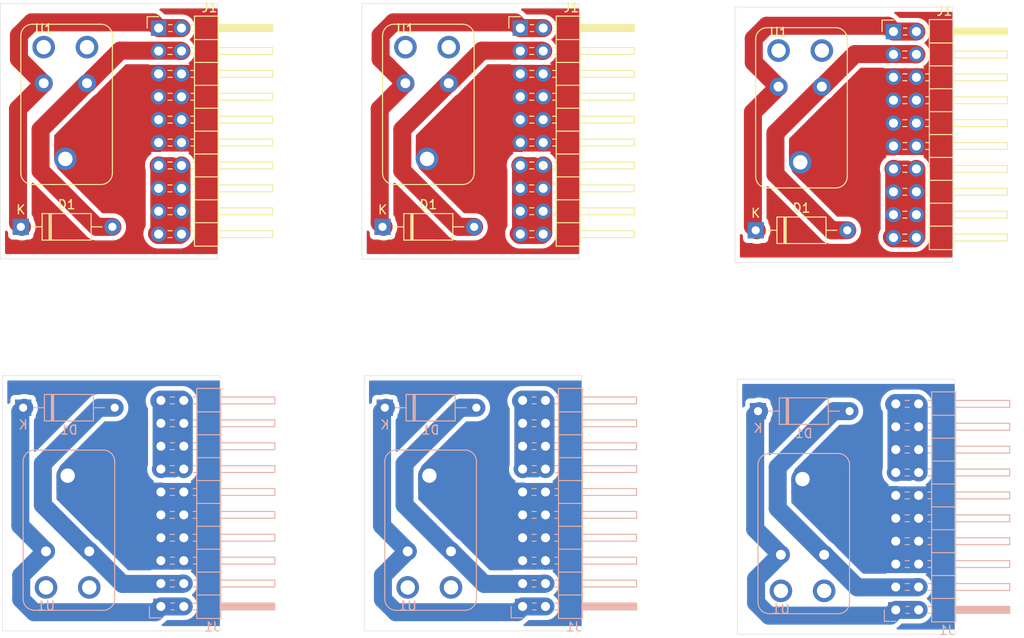
<source format=kicad_pcb>
(kicad_pcb (version 20171130) (host pcbnew "(5.1.0)-1")
  (layers (0 F.Cu signal) (31 B.Cu signal) (34 B.Paste user) (35 F.Paste user) (36 B.SilkS user) (37 F.SilkS user) (38 B.Mask user) (39 F.Mask user) (44 Edge.Cuts user))
  (net 0 "")
  (net 1 coila)
  (net 2 coilb)
  (net 3 "Net-(J1-Pad13)")
  (net 4 "Net-(U1-Pad1)")
  (net 5 "Net-(U1-Pad2)")
  (net 6 contacta)
  (module Connector_PinHeader_2.54mm:PinHeader_2x10_P2.54mm_Horizontal (layer F.Cu) (at 228.774001 81.200001)
    (fp_text reference J1 (at 5.655 -2.27) (layer F.SilkS))
    (fp_text value Conn_02x10_Odd_Even)
    (pad 20 thru_hole oval (at 2.54 22.86) (size 1.7 1.7) (drill 1) (layers *.Cu *.Mask))
    (pad 19 thru_hole oval (at 0 22.86) (size 1.7 1.7) (drill 1) (layers *.Cu *.Mask))
    (pad 18 thru_hole oval (at 2.54 20.32) (size 1.7 1.7) (drill 1) (layers *.Cu *.Mask))
    (pad 17 thru_hole oval (at 0 20.32) (size 1.7 1.7) (drill 1) (layers *.Cu *.Mask))
    (pad 16 thru_hole oval (at 2.54 17.78) (size 1.7 1.7) (drill 1) (layers *.Cu *.Mask))
    (pad 15 thru_hole oval (at 0 17.78) (size 1.7 1.7) (drill 1) (layers *.Cu *.Mask))
    (pad 14 thru_hole oval (at 2.54 15.24) (size 1.7 1.7) (drill 1) (layers *.Cu *.Mask))
    (pad 13 thru_hole oval (at 0 15.24) (size 1.7 1.7) (drill 1) (layers *.Cu *.Mask))
    (pad 12 thru_hole oval (at 2.54 12.7) (size 1.7 1.7) (drill 1) (layers *.Cu *.Mask))
    (pad 11 thru_hole oval (at 0 12.7) (size 1.7 1.7) (drill 1) (layers *.Cu *.Mask))
    (pad 10 thru_hole oval (at 2.54 10.16) (size 1.7 1.7) (drill 1) (layers *.Cu *.Mask))
    (pad 9 thru_hole oval (at 0 10.16) (size 1.7 1.7) (drill 1) (layers *.Cu *.Mask))
    (pad 8 thru_hole oval (at 2.54 7.62) (size 1.7 1.7) (drill 1) (layers *.Cu *.Mask))
    (pad 7 thru_hole oval (at 0 7.62) (size 1.7 1.7) (drill 1) (layers *.Cu *.Mask))
    (pad 6 thru_hole oval (at 2.54 5.08) (size 1.7 1.7) (drill 1) (layers *.Cu *.Mask))
    (pad 5 thru_hole oval (at 0 5.08) (size 1.7 1.7) (drill 1) (layers *.Cu *.Mask))
    (pad 4 thru_hole oval (at 2.54 2.54) (size 1.7 1.7) (drill 1) (layers *.Cu *.Mask))
    (pad 3 thru_hole oval (at 0 2.54) (size 1.7 1.7) (drill 1) (layers *.Cu *.Mask))
    (pad 2 thru_hole oval (at 2.54 0) (size 1.7 1.7) (drill 1) (layers *.Cu *.Mask))
    (pad 1 thru_hole rect (at 0 0) (size 1.7 1.7) (drill 1) (layers *.Cu *.Mask))
  )
  (module relay_tb1:tb1_160 (layer F.Cu) (at 216.027 83.312)
    (fp_text reference U1 (at 0 -2.04) (layer F.SilkS))
    (fp_text value tb1-160)
    (pad 5 thru_hole circle (at 2.4 12.4) (size 2.5 2.5) (drill 1.6) (layers *.Cu *.Mask))
    (pad 4 thru_hole circle (at 4.8 4) (size 2 2) (drill 1.1) (layers *.Cu *.Mask))
    (pad 3 thru_hole circle (at 0 4) (size 2 2) (drill 1.1) (layers *.Cu *.Mask))
    (pad 2 thru_hole circle (at 4.8 0) (size 2.5 2.5) (drill 1.6) (layers *.Cu *.Mask))
    (pad 1 thru_hole circle (at 0 0) (size 2.5 2.5) (drill 1.6) (layers *.Cu *.Mask))
  )
  (module Diode_THT:D_A-405_P10.16mm_Horizontal (layer F.Cu) (at 213.487 103.251)
    (fp_text reference D1 (at 5.08 -2.47) (layer F.SilkS))
    (fp_text value D)
    (fp_text user K (at 0 -1.9) (layer F.SilkS))
    (pad 2 thru_hole oval (at 10.16 0) (size 1.8 1.8) (drill 0.9) (layers *.Cu *.Mask))
    (pad 1 thru_hole rect (at 0 0) (size 1.8 1.8) (drill 0.9) (layers *.Cu *.Mask))
  )
  (module Connector_PinHeader_2.54mm:PinHeader_2x10_P2.54mm_Horizontal (layer B.Cu) (at 229.028001 145.367999)
    (fp_text reference J1 (at 5.655 2.27) (layer B.SilkS) (effects (justify mirror)))
    (fp_text value Conn_02x10_Odd_Even)
    (pad 1 thru_hole rect (at 0 0) (size 1.7 1.7) (drill 1) (layers *.Cu *.Mask))
    (pad 2 thru_hole oval (at 2.54 0) (size 1.7 1.7) (drill 1) (layers *.Cu *.Mask))
    (pad 3 thru_hole oval (at 0 -2.54) (size 1.7 1.7) (drill 1) (layers *.Cu *.Mask))
    (pad 4 thru_hole oval (at 2.54 -2.54) (size 1.7 1.7) (drill 1) (layers *.Cu *.Mask))
    (pad 5 thru_hole oval (at 0 -5.08) (size 1.7 1.7) (drill 1) (layers *.Cu *.Mask))
    (pad 6 thru_hole oval (at 2.54 -5.08) (size 1.7 1.7) (drill 1) (layers *.Cu *.Mask))
    (pad 7 thru_hole oval (at 0 -7.62) (size 1.7 1.7) (drill 1) (layers *.Cu *.Mask))
    (pad 8 thru_hole oval (at 2.54 -7.62) (size 1.7 1.7) (drill 1) (layers *.Cu *.Mask))
    (pad 9 thru_hole oval (at 0 -10.16) (size 1.7 1.7) (drill 1) (layers *.Cu *.Mask))
    (pad 10 thru_hole oval (at 2.54 -10.16) (size 1.7 1.7) (drill 1) (layers *.Cu *.Mask))
    (pad 11 thru_hole oval (at 0 -12.7) (size 1.7 1.7) (drill 1) (layers *.Cu *.Mask))
    (pad 12 thru_hole oval (at 2.54 -12.7) (size 1.7 1.7) (drill 1) (layers *.Cu *.Mask))
    (pad 13 thru_hole oval (at 0 -15.24) (size 1.7 1.7) (drill 1) (layers *.Cu *.Mask))
    (pad 14 thru_hole oval (at 2.54 -15.24) (size 1.7 1.7) (drill 1) (layers *.Cu *.Mask))
    (pad 15 thru_hole oval (at 0 -17.78) (size 1.7 1.7) (drill 1) (layers *.Cu *.Mask))
    (pad 16 thru_hole oval (at 2.54 -17.78) (size 1.7 1.7) (drill 1) (layers *.Cu *.Mask))
    (pad 17 thru_hole oval (at 0 -20.32) (size 1.7 1.7) (drill 1) (layers *.Cu *.Mask))
    (pad 18 thru_hole oval (at 2.54 -20.32) (size 1.7 1.7) (drill 1) (layers *.Cu *.Mask))
    (pad 19 thru_hole oval (at 0 -22.86) (size 1.7 1.7) (drill 1) (layers *.Cu *.Mask))
    (pad 20 thru_hole oval (at 2.54 -22.86) (size 1.7 1.7) (drill 1) (layers *.Cu *.Mask))
  )
  (module relay_tb1:tb1_160 (layer B.Cu) (at 216.281 143.256)
    (fp_text reference U1 (at 0 2.04) (layer B.SilkS) (effects (justify mirror)))
    (fp_text value tb1-160)
    (pad 1 thru_hole circle (at 0 0) (size 2.5 2.5) (drill 1.6) (layers *.Cu *.Mask))
    (pad 2 thru_hole circle (at 4.8 0) (size 2.5 2.5) (drill 1.6) (layers *.Cu *.Mask))
    (pad 3 thru_hole circle (at 0 -4) (size 2 2) (drill 1.1) (layers *.Cu *.Mask))
    (pad 4 thru_hole circle (at 4.8 -4) (size 2 2) (drill 1.1) (layers *.Cu *.Mask))
    (pad 5 thru_hole circle (at 2.4 -12.4) (size 2.5 2.5) (drill 1.6) (layers *.Cu *.Mask))
  )
  (module Diode_THT:D_A-405_P10.16mm_Horizontal (layer B.Cu) (at 213.741 123.317)
    (fp_text reference D1 (at 5.08 2.47) (layer B.SilkS) (effects (justify mirror)))
    (fp_text value D)
    (fp_text user K (at 0 1.9) (layer B.SilkS) (effects (justify mirror)))
    (pad 1 thru_hole rect (at 0 0) (size 1.8 1.8) (drill 0.9) (layers *.Cu *.Mask))
    (pad 2 thru_hole oval (at 10.16 0) (size 1.8 1.8) (drill 0.9) (layers *.Cu *.Mask))
  )
  (module Connector_PinHeader_2.54mm:PinHeader_2x10_P2.54mm_Horizontal (layer F.Cu) (at 187.372001 80.819001)
    (fp_text reference J1 (at 5.655 -2.27) (layer F.SilkS))
    (fp_text value Conn_02x10_Odd_Even)
    (pad 20 thru_hole oval (at 2.54 22.86) (size 1.7 1.7) (drill 1) (layers *.Cu *.Mask))
    (pad 19 thru_hole oval (at 0 22.86) (size 1.7 1.7) (drill 1) (layers *.Cu *.Mask))
    (pad 18 thru_hole oval (at 2.54 20.32) (size 1.7 1.7) (drill 1) (layers *.Cu *.Mask))
    (pad 17 thru_hole oval (at 0 20.32) (size 1.7 1.7) (drill 1) (layers *.Cu *.Mask))
    (pad 16 thru_hole oval (at 2.54 17.78) (size 1.7 1.7) (drill 1) (layers *.Cu *.Mask))
    (pad 15 thru_hole oval (at 0 17.78) (size 1.7 1.7) (drill 1) (layers *.Cu *.Mask))
    (pad 14 thru_hole oval (at 2.54 15.24) (size 1.7 1.7) (drill 1) (layers *.Cu *.Mask))
    (pad 13 thru_hole oval (at 0 15.24) (size 1.7 1.7) (drill 1) (layers *.Cu *.Mask))
    (pad 12 thru_hole oval (at 2.54 12.7) (size 1.7 1.7) (drill 1) (layers *.Cu *.Mask))
    (pad 11 thru_hole oval (at 0 12.7) (size 1.7 1.7) (drill 1) (layers *.Cu *.Mask))
    (pad 10 thru_hole oval (at 2.54 10.16) (size 1.7 1.7) (drill 1) (layers *.Cu *.Mask))
    (pad 9 thru_hole oval (at 0 10.16) (size 1.7 1.7) (drill 1) (layers *.Cu *.Mask))
    (pad 8 thru_hole oval (at 2.54 7.62) (size 1.7 1.7) (drill 1) (layers *.Cu *.Mask))
    (pad 7 thru_hole oval (at 0 7.62) (size 1.7 1.7) (drill 1) (layers *.Cu *.Mask))
    (pad 6 thru_hole oval (at 2.54 5.08) (size 1.7 1.7) (drill 1) (layers *.Cu *.Mask))
    (pad 5 thru_hole oval (at 0 5.08) (size 1.7 1.7) (drill 1) (layers *.Cu *.Mask))
    (pad 4 thru_hole oval (at 2.54 2.54) (size 1.7 1.7) (drill 1) (layers *.Cu *.Mask))
    (pad 3 thru_hole oval (at 0 2.54) (size 1.7 1.7) (drill 1) (layers *.Cu *.Mask))
    (pad 2 thru_hole oval (at 2.54 0) (size 1.7 1.7) (drill 1) (layers *.Cu *.Mask))
    (pad 1 thru_hole rect (at 0 0) (size 1.7 1.7) (drill 1) (layers *.Cu *.Mask))
  )
  (module relay_tb1:tb1_160 (layer F.Cu) (at 174.625 82.931)
    (fp_text reference U1 (at 0 -2.04) (layer F.SilkS))
    (fp_text value tb1-160)
    (pad 5 thru_hole circle (at 2.4 12.4) (size 2.5 2.5) (drill 1.6) (layers *.Cu *.Mask))
    (pad 4 thru_hole circle (at 4.8 4) (size 2 2) (drill 1.1) (layers *.Cu *.Mask))
    (pad 3 thru_hole circle (at 0 4) (size 2 2) (drill 1.1) (layers *.Cu *.Mask))
    (pad 2 thru_hole circle (at 4.8 0) (size 2.5 2.5) (drill 1.6) (layers *.Cu *.Mask))
    (pad 1 thru_hole circle (at 0 0) (size 2.5 2.5) (drill 1.6) (layers *.Cu *.Mask))
  )
  (module Diode_THT:D_A-405_P10.16mm_Horizontal (layer F.Cu) (at 172.085 102.87)
    (fp_text reference D1 (at 5.08 -2.47) (layer F.SilkS))
    (fp_text value D)
    (fp_text user K (at 0 -1.9) (layer F.SilkS))
    (pad 2 thru_hole oval (at 10.16 0) (size 1.8 1.8) (drill 0.9) (layers *.Cu *.Mask))
    (pad 1 thru_hole rect (at 0 0) (size 1.8 1.8) (drill 0.9) (layers *.Cu *.Mask))
  )
  (module Connector_PinHeader_2.54mm:PinHeader_2x10_P2.54mm_Horizontal (layer B.Cu) (at 187.626001 144.986999)
    (fp_text reference J1 (at 5.655 2.27) (layer B.SilkS) (effects (justify mirror)))
    (fp_text value Conn_02x10_Odd_Even)
    (pad 1 thru_hole rect (at 0 0) (size 1.7 1.7) (drill 1) (layers *.Cu *.Mask))
    (pad 2 thru_hole oval (at 2.54 0) (size 1.7 1.7) (drill 1) (layers *.Cu *.Mask))
    (pad 3 thru_hole oval (at 0 -2.54) (size 1.7 1.7) (drill 1) (layers *.Cu *.Mask))
    (pad 4 thru_hole oval (at 2.54 -2.54) (size 1.7 1.7) (drill 1) (layers *.Cu *.Mask))
    (pad 5 thru_hole oval (at 0 -5.08) (size 1.7 1.7) (drill 1) (layers *.Cu *.Mask))
    (pad 6 thru_hole oval (at 2.54 -5.08) (size 1.7 1.7) (drill 1) (layers *.Cu *.Mask))
    (pad 7 thru_hole oval (at 0 -7.62) (size 1.7 1.7) (drill 1) (layers *.Cu *.Mask))
    (pad 8 thru_hole oval (at 2.54 -7.62) (size 1.7 1.7) (drill 1) (layers *.Cu *.Mask))
    (pad 9 thru_hole oval (at 0 -10.16) (size 1.7 1.7) (drill 1) (layers *.Cu *.Mask))
    (pad 10 thru_hole oval (at 2.54 -10.16) (size 1.7 1.7) (drill 1) (layers *.Cu *.Mask))
    (pad 11 thru_hole oval (at 0 -12.7) (size 1.7 1.7) (drill 1) (layers *.Cu *.Mask))
    (pad 12 thru_hole oval (at 2.54 -12.7) (size 1.7 1.7) (drill 1) (layers *.Cu *.Mask))
    (pad 13 thru_hole oval (at 0 -15.24) (size 1.7 1.7) (drill 1) (layers *.Cu *.Mask))
    (pad 14 thru_hole oval (at 2.54 -15.24) (size 1.7 1.7) (drill 1) (layers *.Cu *.Mask))
    (pad 15 thru_hole oval (at 0 -17.78) (size 1.7 1.7) (drill 1) (layers *.Cu *.Mask))
    (pad 16 thru_hole oval (at 2.54 -17.78) (size 1.7 1.7) (drill 1) (layers *.Cu *.Mask))
    (pad 17 thru_hole oval (at 0 -20.32) (size 1.7 1.7) (drill 1) (layers *.Cu *.Mask))
    (pad 18 thru_hole oval (at 2.54 -20.32) (size 1.7 1.7) (drill 1) (layers *.Cu *.Mask))
    (pad 19 thru_hole oval (at 0 -22.86) (size 1.7 1.7) (drill 1) (layers *.Cu *.Mask))
    (pad 20 thru_hole oval (at 2.54 -22.86) (size 1.7 1.7) (drill 1) (layers *.Cu *.Mask))
  )
  (module relay_tb1:tb1_160 (layer B.Cu) (at 174.879 142.875)
    (fp_text reference U1 (at 0 2.04) (layer B.SilkS) (effects (justify mirror)))
    (fp_text value tb1-160)
    (pad 1 thru_hole circle (at 0 0) (size 2.5 2.5) (drill 1.6) (layers *.Cu *.Mask))
    (pad 2 thru_hole circle (at 4.8 0) (size 2.5 2.5) (drill 1.6) (layers *.Cu *.Mask))
    (pad 3 thru_hole circle (at 0 -4) (size 2 2) (drill 1.1) (layers *.Cu *.Mask))
    (pad 4 thru_hole circle (at 4.8 -4) (size 2 2) (drill 1.1) (layers *.Cu *.Mask))
    (pad 5 thru_hole circle (at 2.4 -12.4) (size 2.5 2.5) (drill 1.6) (layers *.Cu *.Mask))
  )
  (module Diode_THT:D_A-405_P10.16mm_Horizontal (layer B.Cu) (at 172.339 122.936)
    (fp_text reference D1 (at 5.08 2.47) (layer B.SilkS) (effects (justify mirror)))
    (fp_text value D)
    (fp_text user K (at 0 1.9) (layer B.SilkS) (effects (justify mirror)))
    (pad 1 thru_hole rect (at 0 0) (size 1.8 1.8) (drill 0.9) (layers *.Cu *.Mask))
    (pad 2 thru_hole oval (at 10.16 0) (size 1.8 1.8) (drill 0.9) (layers *.Cu *.Mask))
  )
  (module Connector_PinHeader_2.54mm:PinHeader_2x10_P2.54mm_Horizontal (layer B.Cu) (at 147.494001 144.986999)
    (fp_text reference J1 (at 5.655 2.27) (layer B.SilkS) (effects (justify mirror)))
    (fp_text value Conn_02x10_Odd_Even)
    (pad 20 thru_hole oval (at 2.54 -22.86) (size 1.7 1.7) (drill 1) (layers *.Cu *.Mask))
    (pad 19 thru_hole oval (at 0 -22.86) (size 1.7 1.7) (drill 1) (layers *.Cu *.Mask))
    (pad 18 thru_hole oval (at 2.54 -20.32) (size 1.7 1.7) (drill 1) (layers *.Cu *.Mask))
    (pad 17 thru_hole oval (at 0 -20.32) (size 1.7 1.7) (drill 1) (layers *.Cu *.Mask))
    (pad 16 thru_hole oval (at 2.54 -17.78) (size 1.7 1.7) (drill 1) (layers *.Cu *.Mask))
    (pad 15 thru_hole oval (at 0 -17.78) (size 1.7 1.7) (drill 1) (layers *.Cu *.Mask))
    (pad 14 thru_hole oval (at 2.54 -15.24) (size 1.7 1.7) (drill 1) (layers *.Cu *.Mask))
    (pad 13 thru_hole oval (at 0 -15.24) (size 1.7 1.7) (drill 1) (layers *.Cu *.Mask))
    (pad 12 thru_hole oval (at 2.54 -12.7) (size 1.7 1.7) (drill 1) (layers *.Cu *.Mask))
    (pad 11 thru_hole oval (at 0 -12.7) (size 1.7 1.7) (drill 1) (layers *.Cu *.Mask))
    (pad 10 thru_hole oval (at 2.54 -10.16) (size 1.7 1.7) (drill 1) (layers *.Cu *.Mask))
    (pad 9 thru_hole oval (at 0 -10.16) (size 1.7 1.7) (drill 1) (layers *.Cu *.Mask))
    (pad 8 thru_hole oval (at 2.54 -7.62) (size 1.7 1.7) (drill 1) (layers *.Cu *.Mask))
    (pad 7 thru_hole oval (at 0 -7.62) (size 1.7 1.7) (drill 1) (layers *.Cu *.Mask))
    (pad 6 thru_hole oval (at 2.54 -5.08) (size 1.7 1.7) (drill 1) (layers *.Cu *.Mask))
    (pad 5 thru_hole oval (at 0 -5.08) (size 1.7 1.7) (drill 1) (layers *.Cu *.Mask))
    (pad 4 thru_hole oval (at 2.54 -2.54) (size 1.7 1.7) (drill 1) (layers *.Cu *.Mask))
    (pad 3 thru_hole oval (at 0 -2.54) (size 1.7 1.7) (drill 1) (layers *.Cu *.Mask))
    (pad 2 thru_hole oval (at 2.54 0) (size 1.7 1.7) (drill 1) (layers *.Cu *.Mask))
    (pad 1 thru_hole rect (at 0 0) (size 1.7 1.7) (drill 1) (layers *.Cu *.Mask))
  )
  (module relay_tb1:tb1_160 (layer B.Cu) (at 134.747 142.875)
    (fp_text reference U1 (at 0 2.04) (layer B.SilkS) (effects (justify mirror)))
    (fp_text value tb1-160)
    (pad 5 thru_hole circle (at 2.4 -12.4) (size 2.5 2.5) (drill 1.6) (layers *.Cu *.Mask))
    (pad 4 thru_hole circle (at 4.8 -4) (size 2 2) (drill 1.1) (layers *.Cu *.Mask))
    (pad 3 thru_hole circle (at 0 -4) (size 2 2) (drill 1.1) (layers *.Cu *.Mask))
    (pad 2 thru_hole circle (at 4.8 0) (size 2.5 2.5) (drill 1.6) (layers *.Cu *.Mask))
    (pad 1 thru_hole circle (at 0 0) (size 2.5 2.5) (drill 1.6) (layers *.Cu *.Mask))
  )
  (module Diode_THT:D_A-405_P10.16mm_Horizontal (layer B.Cu) (at 132.207 122.936)
    (fp_text reference D1 (at 5.08 2.47) (layer B.SilkS) (effects (justify mirror)))
    (fp_text value D)
    (fp_text user K (at 0 1.9) (layer B.SilkS) (effects (justify mirror)))
    (pad 2 thru_hole oval (at 10.16 0) (size 1.8 1.8) (drill 0.9) (layers *.Cu *.Mask))
    (pad 1 thru_hole rect (at 0 0) (size 1.8 1.8) (drill 0.9) (layers *.Cu *.Mask))
  )
  (module Diode_THT:D_A-405_P10.16mm_Horizontal (layer F.Cu) (at 131.953 102.87)
    (fp_text reference D1 (at 5.08 -2.47) (layer F.SilkS))
    (fp_text value D)
    (fp_text user K (at 0 -1.9) (layer F.SilkS))
    (pad 1 thru_hole rect (at 0 0) (size 1.8 1.8) (drill 0.9) (layers *.Cu *.Mask) (net 1 coila))
    (pad 2 thru_hole oval (at 10.16 0) (size 1.8 1.8) (drill 0.9) (layers *.Cu *.Mask) (net 2 coilb))
  )
  (module Connector_PinHeader_2.54mm:PinHeader_2x10_P2.54mm_Horizontal (layer F.Cu) (at 147.240001 80.819001)
    (fp_text reference J1 (at 5.655 -2.27) (layer F.SilkS))
    (fp_text value Conn_02x10_Odd_Even)
    (pad 1 thru_hole rect (at 0 0) (size 1.7 1.7) (drill 1) (layers *.Cu *.Mask) (net 1 coila))
    (pad 2 thru_hole oval (at 2.54 0) (size 1.7 1.7) (drill 1) (layers *.Cu *.Mask) (net 1 coila))
    (pad 3 thru_hole oval (at 0 2.54) (size 1.7 1.7) (drill 1) (layers *.Cu *.Mask) (net 2 coilb))
    (pad 4 thru_hole oval (at 2.54 2.54) (size 1.7 1.7) (drill 1) (layers *.Cu *.Mask) (net 2 coilb))
    (pad 5 thru_hole oval (at 0 5.08) (size 1.7 1.7) (drill 1) (layers *.Cu *.Mask) (net 6 contacta))
    (pad 6 thru_hole oval (at 2.54 5.08) (size 1.7 1.7) (drill 1) (layers *.Cu *.Mask) (net 6 contacta))
    (pad 7 thru_hole oval (at 0 7.62) (size 1.7 1.7) (drill 1) (layers *.Cu *.Mask) (net 6 contacta))
    (pad 8 thru_hole oval (at 2.54 7.62) (size 1.7 1.7) (drill 1) (layers *.Cu *.Mask) (net 6 contacta))
    (pad 9 thru_hole oval (at 0 10.16) (size 1.7 1.7) (drill 1) (layers *.Cu *.Mask) (net 6 contacta))
    (pad 10 thru_hole oval (at 2.54 10.16) (size 1.7 1.7) (drill 1) (layers *.Cu *.Mask) (net 6 contacta))
    (pad 11 thru_hole oval (at 0 12.7) (size 1.7 1.7) (drill 1) (layers *.Cu *.Mask) (net 6 contacta))
    (pad 12 thru_hole oval (at 2.54 12.7) (size 1.7 1.7) (drill 1) (layers *.Cu *.Mask) (net 6 contacta))
    (pad 13 thru_hole oval (at 0 15.24) (size 1.7 1.7) (drill 1) (layers *.Cu *.Mask) (net 3 "Net-(J1-Pad13)"))
    (pad 14 thru_hole oval (at 2.54 15.24) (size 1.7 1.7) (drill 1) (layers *.Cu *.Mask) (net 3 "Net-(J1-Pad13)"))
    (pad 15 thru_hole oval (at 0 17.78) (size 1.7 1.7) (drill 1) (layers *.Cu *.Mask) (net 3 "Net-(J1-Pad13)"))
    (pad 16 thru_hole oval (at 2.54 17.78) (size 1.7 1.7) (drill 1) (layers *.Cu *.Mask) (net 3 "Net-(J1-Pad13)"))
    (pad 17 thru_hole oval (at 0 20.32) (size 1.7 1.7) (drill 1) (layers *.Cu *.Mask) (net 3 "Net-(J1-Pad13)"))
    (pad 18 thru_hole oval (at 2.54 20.32) (size 1.7 1.7) (drill 1) (layers *.Cu *.Mask) (net 3 "Net-(J1-Pad13)"))
    (pad 19 thru_hole oval (at 0 22.86) (size 1.7 1.7) (drill 1) (layers *.Cu *.Mask) (net 3 "Net-(J1-Pad13)"))
    (pad 20 thru_hole oval (at 2.54 22.86) (size 1.7 1.7) (drill 1) (layers *.Cu *.Mask) (net 3 "Net-(J1-Pad13)"))
  )
  (module relay_tb1:tb1_160 (layer F.Cu) (at 134.493 82.931)
    (fp_text reference U1 (at 0 -2.04) (layer F.SilkS))
    (fp_text value tb1-160)
    (pad 1 thru_hole circle (at 0 0) (size 2.5 2.5) (drill 1.6) (layers *.Cu *.Mask) (net 4 "Net-(U1-Pad1)"))
    (pad 2 thru_hole circle (at 4.8 0) (size 2.5 2.5) (drill 1.6) (layers *.Cu *.Mask) (net 5 "Net-(U1-Pad2)"))
    (pad 3 thru_hole circle (at 0 4) (size 2 2) (drill 1.1) (layers *.Cu *.Mask) (net 1 coila))
    (pad 4 thru_hole circle (at 4.8 4) (size 2 2) (drill 1.1) (layers *.Cu *.Mask) (net 2 coilb))
    (pad 5 thru_hole circle (at 2.4 12.4) (size 2.5 2.5) (drill 1.6) (layers *.Cu *.Mask) (net 6 contacta))
  )
  (gr_line (start 235.585 119.761) (end 211.455 119.761) (layer Edge.Cuts) (width 0.05))
  (gr_line (start 235.585 148.082) (end 235.585 119.761) (layer Edge.Cuts) (width 0.05))
  (gr_line (start 235.331 78.486) (end 235.331 106.807) (layer Edge.Cuts) (width 0.05))
  (gr_line (start 211.201 106.807) (end 211.201 78.486) (layer Edge.Cuts) (width 0.05))
  (gr_line (start 211.455 119.761) (end 211.455 148.082) (layer Edge.Cuts) (width 0.05))
  (gr_line (start 211.455 148.082) (end 235.585 148.082) (layer Edge.Cuts) (width 0.05))
  (gr_line (start 235.331 106.807) (end 211.201 106.807) (layer Edge.Cuts) (width 0.05))
  (gr_line (start 211.201 78.486) (end 235.331 78.486) (layer Edge.Cuts) (width 0.05))
  (gr_line (start 194.183 119.38) (end 170.053 119.38) (layer Edge.Cuts) (width 0.05))
  (gr_line (start 194.183 147.701) (end 194.183 119.38) (layer Edge.Cuts) (width 0.05))
  (gr_line (start 193.929 78.105) (end 193.929 106.426) (layer Edge.Cuts) (width 0.05))
  (gr_line (start 169.799 106.426) (end 169.799 78.105) (layer Edge.Cuts) (width 0.05))
  (gr_line (start 170.053 119.38) (end 170.053 147.701) (layer Edge.Cuts) (width 0.05))
  (gr_line (start 170.053 147.701) (end 194.183 147.701) (layer Edge.Cuts) (width 0.05))
  (gr_line (start 193.929 106.426) (end 169.799 106.426) (layer Edge.Cuts) (width 0.05))
  (gr_line (start 169.799 78.105) (end 193.929 78.105) (layer Edge.Cuts) (width 0.05))
  (gr_line (start 154.051 147.701) (end 154.051 119.38) (layer Edge.Cuts) (width 0.05))
  (gr_line (start 129.921 119.38) (end 129.921 147.701) (layer Edge.Cuts) (width 0.05))
  (gr_line (start 154.051 119.38) (end 129.921 119.38) (layer Edge.Cuts) (width 0.05))
  (gr_line (start 129.921 147.701) (end 154.051 147.701) (layer Edge.Cuts) (width 0.05))
  (gr_line (start 129.667 106.426) (end 129.667 78.105) (layer Edge.Cuts) (width 0.05))
  (gr_line (start 153.797 106.426) (end 129.667 106.426) (layer Edge.Cuts) (width 0.05))
  (gr_line (start 153.797 78.105) (end 153.797 106.426) (layer Edge.Cuts) (width 0.05))
  (gr_line (start 129.667 78.105) (end 153.797 78.105) (layer Edge.Cuts) (width 0.05))
  (segment (start 131.996999 141.561001) (end 134.747 138.811) (width 2) (layer B.Cu) (net 0))
  (segment (start 150.034001 144.986999) (end 147.526999 144.986999) (width 2) (layer B.Cu) (net 0))
  (segment (start 147.526999 144.986999) (end 146.888997 145.625001) (width 2) (layer B.Cu) (net 0))
  (segment (start 131.896989 136.024989) (end 131.896989 123.373011) (width 2) (layer B.Cu) (net 0))
  (segment (start 146.888997 145.625001) (end 133.426999 145.625001) (width 2) (layer B.Cu) (net 0))
  (segment (start 134.747 138.875) (end 131.896989 136.024989) (width 2) (layer B.Cu) (net 0))
  (segment (start 131.996999 144.195001) (end 131.996999 141.561001) (width 2) (layer B.Cu) (net 0))
  (segment (start 131.896989 123.373011) (end 132.334 122.936) (width 2) (layer B.Cu) (net 0))
  (segment (start 133.426999 145.625001) (end 131.996999 144.195001) (width 2) (layer B.Cu) (net 0))
  (segment (start 149.907001 142.446999) (end 149.867011 142.486989) (width 2) (layer B.Cu) (net 0))
  (segment (start 139.573 138.830998) (end 139.573 138.811) (width 2) (layer B.Cu) (net 0))
  (segment (start 150.034001 142.446999) (end 149.907001 142.446999) (width 2) (layer B.Cu) (net 0))
  (segment (start 143.228991 142.486989) (end 139.573 138.830998) (width 2) (layer B.Cu) (net 0))
  (segment (start 149.867011 142.486989) (end 143.228991 142.486989) (width 2) (layer B.Cu) (net 0))
  (segment (start 141.094208 122.936) (end 142.367 122.936) (width 2) (layer B.Cu) (net 0))
  (segment (start 134.396999 133.724999) (end 134.396999 129.154999) (width 2) (layer B.Cu) (net 0))
  (segment (start 140.615998 122.936) (end 141.094208 122.936) (width 2) (layer B.Cu) (net 0))
  (segment (start 139.547 138.875) (end 134.396999 133.724999) (width 2) (layer B.Cu) (net 0))
  (segment (start 134.396999 129.154999) (end 140.615998 122.936) (width 2) (layer B.Cu) (net 0))
  (segment (start 147.574 122.428) (end 147.574 129.667) (width 2) (layer B.Cu) (net 0))
  (segment (start 150.034001 129.746999) (end 150.034001 122.221001) (width 2) (layer B.Cu) (net 0))
  (segment (start 149.987 122.174) (end 149.86 122.047) (width 2) (layer B.Cu) (net 0))
  (segment (start 149.86 122.047) (end 147.447 122.047) (width 2) (layer B.Cu) (net 0))
  (segment (start 147.32 122.174) (end 147.574 122.428) (width 2) (layer B.Cu) (net 0))
  (segment (start 150.034001 122.221001) (end 149.987 122.174) (width 2) (layer B.Cu) (net 0))
  (segment (start 148.971 122.428) (end 149.352 122.047) (width 2) (layer B.Cu) (net 0))
  (segment (start 147.606998 129.667) (end 148.971 129.667) (width 2) (layer B.Cu) (net 0))
  (segment (start 149.352 122.047) (end 147.447 122.047) (width 2) (layer B.Cu) (net 0))
  (segment (start 147.526999 129.746999) (end 147.606998 129.667) (width 2) (layer B.Cu) (net 0))
  (segment (start 147.494001 129.746999) (end 147.526999 129.746999) (width 2) (layer B.Cu) (net 0))
  (segment (start 148.971 129.667) (end 148.971 122.428) (width 2) (layer B.Cu) (net 0))
  (segment (start 147.447 122.047) (end 147.32 122.174) (width 2) (layer B.Cu) (net 0))
  (segment (start 137.147 129.940546) (end 138.052273 129.035273) (width 2) (layer B.Cu) (net 0))
  (segment (start 145.621999 137.366999) (end 145.288 137.700998) (width 2) (layer B.Cu) (net 0))
  (segment (start 145.120991 132.247009) (end 144.9705 132.3975) (width 2) (layer B.Cu) (net 0))
  (segment (start 147.494001 139.906999) (end 145.748999 139.906999) (width 2) (layer B.Cu) (net 0))
  (segment (start 137.147 130.475) (end 137.147 129.940546) (width 2) (layer B.Cu) (net 0))
  (segment (start 138.396999 132.173999) (end 138.396999 131.724999) (width 2) (layer B.Cu) (net 0))
  (segment (start 147.494001 132.286999) (end 147.494001 132.254001) (width 2) (layer B.Cu) (net 0))
  (segment (start 150.034001 134.826999) (end 151.236082 134.826999) (width 2) (layer B.Cu) (net 0))
  (segment (start 151.236082 139.906999) (end 151.316081 139.827) (width 2) (layer B.Cu) (net 0))
  (segment (start 137.147 130.475) (end 138.396999 131.724999) (width 2) (layer B.Cu) (net 0))
  (segment (start 144.9705 132.3975) (end 147.447 134.874) (width 2) (layer B.Cu) (net 0))
  (segment (start 147.494001 132.254001) (end 147.487009 132.247009) (width 2) (layer B.Cu) (net 0))
  (segment (start 151.570081 131.953) (end 151.236082 132.286999) (width 2) (layer B.Cu) (net 0))
  (segment (start 151.236082 137.366999) (end 151.410083 137.541) (width 2) (layer B.Cu) (net 0))
  (segment (start 150.034001 139.906999) (end 151.236082 139.906999) (width 2) (layer B.Cu) (net 0))
  (segment (start 136.897009 130.691991) (end 136.897009 131.953) (width 2) (layer B.Cu) (net 0))
  (segment (start 137.114 130.475) (end 136.897009 130.691991) (width 2) (layer B.Cu) (net 0))
  (segment (start 147.494001 134.826999) (end 145.462001 134.826999) (width 2) (layer B.Cu) (net 0))
  (segment (start 137.147 130.475) (end 137.114 130.475) (width 2) (layer B.Cu) (net 0))
  (segment (start 147.494001 137.366999) (end 145.621999 137.366999) (width 2) (layer B.Cu) (net 0))
  (segment (start 147.487009 132.247009) (end 145.120991 132.247009) (width 2) (layer B.Cu) (net 0))
  (segment (start 151.283083 134.874) (end 152.273 134.874) (width 2) (layer B.Cu) (net 0))
  (segment (start 151.316081 139.827) (end 152.527 139.827) (width 2) (layer B.Cu) (net 0))
  (segment (start 150.034001 137.366999) (end 151.236082 137.366999) (width 2) (layer B.Cu) (net 0))
  (segment (start 151.236082 134.826999) (end 151.283083 134.874) (width 2) (layer B.Cu) (net 0))
  (segment (start 143.048 130.475) (end 144.9705 132.3975) (width 2) (layer B.Cu) (net 0))
  (segment (start 150.034001 132.286999) (end 151.236082 132.286999) (width 2) (layer B.Cu) (net 0))
  (segment (start 150.034001 139.906999) (end 150.034001 132.286999) (width 2) (layer B.Cu) (net 0))
  (segment (start 147.494001 139.779999) (end 147.447 139.827) (width 2) (layer B.Cu) (net 0))
  (segment (start 147.494001 132.319997) (end 147.494001 139.779999) (width 2) (layer B.Cu) (net 0))
  (segment (start 147.526999 132.286999) (end 147.494001 132.319997) (width 2) (layer B.Cu) (net 0))
  (segment (start 148.764001 139.906999) (end 148.764001 132.635001) (width 2) (layer B.Cu) (net 0))
  (segment (start 148.764001 139.906999) (end 150.034001 139.906999) (width 2) (layer B.Cu) (net 0))
  (segment (start 150.034001 132.286999) (end 148.415999 132.286999) (width 2) (layer B.Cu) (net 0))
  (segment (start 148.764001 132.635001) (end 148.415999 132.286999) (width 2) (layer B.Cu) (net 0))
  (segment (start 148.415999 132.286999) (end 147.526999 132.286999) (width 2) (layer B.Cu) (net 0))
  (segment (start 147.494001 139.906999) (end 148.764001 139.906999) (width 2) (layer B.Cu) (net 0))
  (segment (start 137.147 130.475) (end 143.048 130.475) (width 2) (layer B.Cu) (net 0))
  (segment (start 181.226208 122.936) (end 182.499 122.936) (width 2) (layer B.Cu) (net 0))
  (segment (start 180.747998 122.936) (end 181.226208 122.936) (width 2) (layer B.Cu) (net 0))
  (segment (start 179.679 138.875) (end 174.528999 133.724999) (width 2) (layer B.Cu) (net 0))
  (segment (start 187.626001 132.319997) (end 187.626001 139.779999) (width 2) (layer B.Cu) (net 0))
  (segment (start 172.128999 144.195001) (end 172.128999 141.561001) (width 2) (layer B.Cu) (net 0))
  (segment (start 187.658999 132.286999) (end 187.626001 132.319997) (width 2) (layer B.Cu) (net 0))
  (segment (start 191.415083 134.874) (end 192.405 134.874) (width 2) (layer B.Cu) (net 0))
  (segment (start 173.558999 145.625001) (end 172.128999 144.195001) (width 2) (layer B.Cu) (net 0))
  (segment (start 177.029009 130.691991) (end 177.029009 131.953) (width 2) (layer B.Cu) (net 0))
  (segment (start 174.528999 129.154999) (end 180.747998 122.936) (width 2) (layer B.Cu) (net 0))
  (segment (start 187.619009 132.247009) (end 185.252991 132.247009) (width 2) (layer B.Cu) (net 0))
  (segment (start 178.528999 132.173999) (end 178.528999 131.724999) (width 2) (layer B.Cu) (net 0))
  (segment (start 187.626001 139.906999) (end 185.880999 139.906999) (width 2) (layer B.Cu) (net 0))
  (segment (start 187.626001 132.254001) (end 187.619009 132.247009) (width 2) (layer B.Cu) (net 0))
  (segment (start 191.368082 137.366999) (end 191.542083 137.541) (width 2) (layer B.Cu) (net 0))
  (segment (start 187.706 122.428) (end 187.706 129.667) (width 2) (layer B.Cu) (net 0))
  (segment (start 190.166001 129.746999) (end 190.166001 122.221001) (width 2) (layer B.Cu) (net 0))
  (segment (start 172.028989 123.373011) (end 172.466 122.936) (width 2) (layer B.Cu) (net 0))
  (segment (start 177.279 130.475) (end 178.528999 131.724999) (width 2) (layer B.Cu) (net 0))
  (segment (start 190.166001 134.826999) (end 191.368082 134.826999) (width 2) (layer B.Cu) (net 0))
  (segment (start 185.753999 137.366999) (end 185.42 137.700998) (width 2) (layer B.Cu) (net 0))
  (segment (start 187.626001 137.366999) (end 185.753999 137.366999) (width 2) (layer B.Cu) (net 0))
  (segment (start 185.1025 132.3975) (end 187.579 134.874) (width 2) (layer B.Cu) (net 0))
  (segment (start 190.166001 144.986999) (end 187.658999 144.986999) (width 2) (layer B.Cu) (net 0))
  (segment (start 187.020997 145.625001) (end 173.558999 145.625001) (width 2) (layer B.Cu) (net 0))
  (segment (start 185.252991 132.247009) (end 185.1025 132.3975) (width 2) (layer B.Cu) (net 0))
  (segment (start 177.279 130.475) (end 177.279 129.940546) (width 2) (layer B.Cu) (net 0))
  (segment (start 190.166001 139.906999) (end 190.166001 132.286999) (width 2) (layer B.Cu) (net 0))
  (segment (start 189.999011 142.486989) (end 183.360991 142.486989) (width 2) (layer B.Cu) (net 0))
  (segment (start 191.702081 131.953) (end 191.368082 132.286999) (width 2) (layer B.Cu) (net 0))
  (segment (start 187.626001 134.826999) (end 185.594001 134.826999) (width 2) (layer B.Cu) (net 0))
  (segment (start 191.448081 139.827) (end 192.659 139.827) (width 2) (layer B.Cu) (net 0))
  (segment (start 177.279 129.940546) (end 178.184273 129.035273) (width 2) (layer B.Cu) (net 0))
  (segment (start 183.18 130.475) (end 185.1025 132.3975) (width 2) (layer B.Cu) (net 0))
  (segment (start 190.166001 137.366999) (end 191.368082 137.366999) (width 2) (layer B.Cu) (net 0))
  (segment (start 191.368082 139.906999) (end 191.448081 139.827) (width 2) (layer B.Cu) (net 0))
  (segment (start 190.166001 139.906999) (end 191.368082 139.906999) (width 2) (layer B.Cu) (net 0))
  (segment (start 177.246 130.475) (end 177.029009 130.691991) (width 2) (layer B.Cu) (net 0))
  (segment (start 177.279 130.475) (end 177.246 130.475) (width 2) (layer B.Cu) (net 0))
  (segment (start 191.368082 134.826999) (end 191.415083 134.874) (width 2) (layer B.Cu) (net 0))
  (segment (start 172.128999 141.561001) (end 174.879 138.811) (width 2) (layer B.Cu) (net 0))
  (segment (start 187.658999 144.986999) (end 187.020997 145.625001) (width 2) (layer B.Cu) (net 0))
  (segment (start 172.028989 136.024989) (end 172.028989 123.373011) (width 2) (layer B.Cu) (net 0))
  (segment (start 179.705 138.830998) (end 179.705 138.811) (width 2) (layer B.Cu) (net 0))
  (segment (start 190.166001 132.286999) (end 191.368082 132.286999) (width 2) (layer B.Cu) (net 0))
  (segment (start 190.166001 142.446999) (end 190.039001 142.446999) (width 2) (layer B.Cu) (net 0))
  (segment (start 183.360991 142.486989) (end 179.705 138.830998) (width 2) (layer B.Cu) (net 0))
  (segment (start 174.879 138.875) (end 172.028989 136.024989) (width 2) (layer B.Cu) (net 0))
  (segment (start 187.626001 132.286999) (end 187.626001 132.254001) (width 2) (layer B.Cu) (net 0))
  (segment (start 174.528999 133.724999) (end 174.528999 129.154999) (width 2) (layer B.Cu) (net 0))
  (segment (start 187.626001 139.779999) (end 187.579 139.827) (width 2) (layer B.Cu) (net 0))
  (segment (start 190.039001 142.446999) (end 189.999011 142.486989) (width 2) (layer B.Cu) (net 0))
  (segment (start 190.119 122.174) (end 189.992 122.047) (width 2) (layer B.Cu) (net 0))
  (segment (start 188.896001 139.906999) (end 188.896001 132.635001) (width 2) (layer B.Cu) (net 0))
  (segment (start 188.896001 139.906999) (end 190.166001 139.906999) (width 2) (layer B.Cu) (net 0))
  (segment (start 190.166001 132.286999) (end 188.547999 132.286999) (width 2) (layer B.Cu) (net 0))
  (segment (start 189.992 122.047) (end 187.579 122.047) (width 2) (layer B.Cu) (net 0))
  (segment (start 187.452 122.174) (end 187.706 122.428) (width 2) (layer B.Cu) (net 0))
  (segment (start 188.896001 132.635001) (end 188.547999 132.286999) (width 2) (layer B.Cu) (net 0))
  (segment (start 187.738998 129.667) (end 189.103 129.667) (width 2) (layer B.Cu) (net 0))
  (segment (start 189.484 122.047) (end 187.579 122.047) (width 2) (layer B.Cu) (net 0))
  (segment (start 188.547999 132.286999) (end 187.658999 132.286999) (width 2) (layer B.Cu) (net 0))
  (segment (start 190.166001 122.221001) (end 190.119 122.174) (width 2) (layer B.Cu) (net 0))
  (segment (start 189.103 122.428) (end 189.484 122.047) (width 2) (layer B.Cu) (net 0))
  (segment (start 177.279 130.475) (end 183.18 130.475) (width 2) (layer B.Cu) (net 0))
  (segment (start 187.626001 139.906999) (end 188.896001 139.906999) (width 2) (layer B.Cu) (net 0))
  (segment (start 187.579 122.047) (end 187.452 122.174) (width 2) (layer B.Cu) (net 0))
  (segment (start 187.626001 129.746999) (end 187.658999 129.746999) (width 2) (layer B.Cu) (net 0))
  (segment (start 187.658999 129.746999) (end 187.738998 129.667) (width 2) (layer B.Cu) (net 0))
  (segment (start 189.103 129.667) (end 189.103 122.428) (width 2) (layer B.Cu) (net 0))
  (segment (start 171.874999 84.244999) (end 174.625 86.995) (width 2) (layer F.Cu) (net 0))
  (segment (start 189.912001 80.819001) (end 187.404999 80.819001) (width 2) (layer F.Cu) (net 0))
  (segment (start 187.404999 80.819001) (end 186.766997 80.180999) (width 2) (layer F.Cu) (net 0))
  (segment (start 171.774989 89.781011) (end 171.774989 102.432989) (width 2) (layer F.Cu) (net 0))
  (segment (start 186.766997 80.180999) (end 173.304999 80.180999) (width 2) (layer F.Cu) (net 0))
  (segment (start 174.625 86.931) (end 171.774989 89.781011) (width 2) (layer F.Cu) (net 0))
  (segment (start 171.874999 81.610999) (end 171.874999 84.244999) (width 2) (layer F.Cu) (net 0))
  (segment (start 171.774989 102.432989) (end 172.212 102.87) (width 2) (layer F.Cu) (net 0))
  (segment (start 173.304999 80.180999) (end 171.874999 81.610999) (width 2) (layer F.Cu) (net 0))
  (segment (start 189.785001 83.359001) (end 189.745011 83.319011) (width 2) (layer F.Cu) (net 0))
  (segment (start 179.451 86.975002) (end 179.451 86.995) (width 2) (layer F.Cu) (net 0))
  (segment (start 189.912001 83.359001) (end 189.785001 83.359001) (width 2) (layer F.Cu) (net 0))
  (segment (start 183.106991 83.319011) (end 179.451 86.975002) (width 2) (layer F.Cu) (net 0))
  (segment (start 189.745011 83.319011) (end 183.106991 83.319011) (width 2) (layer F.Cu) (net 0))
  (segment (start 180.972208 102.87) (end 182.245 102.87) (width 2) (layer F.Cu) (net 0))
  (segment (start 174.274999 92.081001) (end 174.274999 96.651001) (width 2) (layer F.Cu) (net 0))
  (segment (start 180.493998 102.87) (end 180.972208 102.87) (width 2) (layer F.Cu) (net 0))
  (segment (start 179.425 86.931) (end 174.274999 92.081001) (width 2) (layer F.Cu) (net 0))
  (segment (start 174.274999 96.651001) (end 180.493998 102.87) (width 2) (layer F.Cu) (net 0))
  (segment (start 187.452 103.378) (end 187.452 96.139) (width 2) (layer F.Cu) (net 0))
  (segment (start 189.912001 96.059001) (end 189.912001 103.584999) (width 2) (layer F.Cu) (net 0))
  (segment (start 189.865 103.632) (end 189.738 103.759) (width 2) (layer F.Cu) (net 0))
  (segment (start 189.738 103.759) (end 187.325 103.759) (width 2) (layer F.Cu) (net 0))
  (segment (start 187.198 103.632) (end 187.452 103.378) (width 2) (layer F.Cu) (net 0))
  (segment (start 189.912001 103.584999) (end 189.865 103.632) (width 2) (layer F.Cu) (net 0))
  (segment (start 188.849 103.378) (end 189.23 103.759) (width 2) (layer F.Cu) (net 0))
  (segment (start 187.484998 96.139) (end 188.849 96.139) (width 2) (layer F.Cu) (net 0))
  (segment (start 189.23 103.759) (end 187.325 103.759) (width 2) (layer F.Cu) (net 0))
  (segment (start 187.404999 96.059001) (end 187.484998 96.139) (width 2) (layer F.Cu) (net 0))
  (segment (start 187.372001 96.059001) (end 187.404999 96.059001) (width 2) (layer F.Cu) (net 0))
  (segment (start 188.849 96.139) (end 188.849 103.378) (width 2) (layer F.Cu) (net 0))
  (segment (start 187.325 103.759) (end 187.198 103.632) (width 2) (layer F.Cu) (net 0))
  (segment (start 177.025 95.865454) (end 177.930273 96.770727) (width 2) (layer F.Cu) (net 0))
  (segment (start 185.499999 88.439001) (end 185.166 88.105002) (width 2) (layer F.Cu) (net 0))
  (segment (start 184.998991 93.558991) (end 184.8485 93.4085) (width 2) (layer F.Cu) (net 0))
  (segment (start 187.372001 85.899001) (end 185.626999 85.899001) (width 2) (layer F.Cu) (net 0))
  (segment (start 177.025 95.331) (end 177.025 95.865454) (width 2) (layer F.Cu) (net 0))
  (segment (start 178.274999 93.632001) (end 178.274999 94.081001) (width 2) (layer F.Cu) (net 0))
  (segment (start 187.372001 93.519001) (end 187.372001 93.551999) (width 2) (layer F.Cu) (net 0))
  (segment (start 189.912001 90.979001) (end 191.114082 90.979001) (width 2) (layer F.Cu) (net 0))
  (segment (start 191.114082 85.899001) (end 191.194081 85.979) (width 2) (layer F.Cu) (net 0))
  (segment (start 177.025 95.331) (end 178.274999 94.081001) (width 2) (layer F.Cu) (net 0))
  (segment (start 184.8485 93.4085) (end 187.325 90.932) (width 2) (layer F.Cu) (net 0))
  (segment (start 187.372001 93.551999) (end 187.365009 93.558991) (width 2) (layer F.Cu) (net 0))
  (segment (start 191.448081 93.853) (end 191.114082 93.519001) (width 2) (layer F.Cu) (net 0))
  (segment (start 191.114082 88.439001) (end 191.288083 88.265) (width 2) (layer F.Cu) (net 0))
  (segment (start 189.912001 85.899001) (end 191.114082 85.899001) (width 2) (layer F.Cu) (net 0))
  (segment (start 176.775009 95.114009) (end 176.775009 93.853) (width 2) (layer F.Cu) (net 0))
  (segment (start 176.992 95.331) (end 176.775009 95.114009) (width 2) (layer F.Cu) (net 0))
  (segment (start 187.372001 90.979001) (end 185.340001 90.979001) (width 2) (layer F.Cu) (net 0))
  (segment (start 177.025 95.331) (end 176.992 95.331) (width 2) (layer F.Cu) (net 0))
  (segment (start 187.372001 88.439001) (end 185.499999 88.439001) (width 2) (layer F.Cu) (net 0))
  (segment (start 187.365009 93.558991) (end 184.998991 93.558991) (width 2) (layer F.Cu) (net 0))
  (segment (start 191.161083 90.932) (end 192.151 90.932) (width 2) (layer F.Cu) (net 0))
  (segment (start 191.194081 85.979) (end 192.405 85.979) (width 2) (layer F.Cu) (net 0))
  (segment (start 189.912001 88.439001) (end 191.114082 88.439001) (width 2) (layer F.Cu) (net 0))
  (segment (start 191.114082 90.979001) (end 191.161083 90.932) (width 2) (layer F.Cu) (net 0))
  (segment (start 182.926 95.331) (end 184.8485 93.4085) (width 2) (layer F.Cu) (net 0))
  (segment (start 189.912001 93.519001) (end 191.114082 93.519001) (width 2) (layer F.Cu) (net 0))
  (segment (start 189.912001 85.899001) (end 189.912001 93.519001) (width 2) (layer F.Cu) (net 0))
  (segment (start 187.372001 86.026001) (end 187.325 85.979) (width 2) (layer F.Cu) (net 0))
  (segment (start 187.372001 93.486003) (end 187.372001 86.026001) (width 2) (layer F.Cu) (net 0))
  (segment (start 187.404999 93.519001) (end 187.372001 93.486003) (width 2) (layer F.Cu) (net 0))
  (segment (start 188.642001 85.899001) (end 188.642001 93.170999) (width 2) (layer F.Cu) (net 0))
  (segment (start 188.642001 85.899001) (end 189.912001 85.899001) (width 2) (layer F.Cu) (net 0))
  (segment (start 189.912001 93.519001) (end 188.293999 93.519001) (width 2) (layer F.Cu) (net 0))
  (segment (start 188.642001 93.170999) (end 188.293999 93.519001) (width 2) (layer F.Cu) (net 0))
  (segment (start 188.293999 93.519001) (end 187.404999 93.519001) (width 2) (layer F.Cu) (net 0))
  (segment (start 187.372001 85.899001) (end 188.642001 85.899001) (width 2) (layer F.Cu) (net 0))
  (segment (start 177.025 95.331) (end 182.926 95.331) (width 2) (layer F.Cu) (net 0))
  (segment (start 222.628208 123.317) (end 223.901 123.317) (width 2) (layer B.Cu) (net 0))
  (segment (start 222.149998 123.317) (end 222.628208 123.317) (width 2) (layer B.Cu) (net 0))
  (segment (start 221.081 139.256) (end 215.930999 134.105999) (width 2) (layer B.Cu) (net 0))
  (segment (start 229.028001 132.700997) (end 229.028001 140.160999) (width 2) (layer B.Cu) (net 0))
  (segment (start 213.530999 144.576001) (end 213.530999 141.942001) (width 2) (layer B.Cu) (net 0))
  (segment (start 229.060999 132.667999) (end 229.028001 132.700997) (width 2) (layer B.Cu) (net 0))
  (segment (start 232.817083 135.255) (end 233.807 135.255) (width 2) (layer B.Cu) (net 0))
  (segment (start 214.960999 146.006001) (end 213.530999 144.576001) (width 2) (layer B.Cu) (net 0))
  (segment (start 218.431009 131.072991) (end 218.431009 132.334) (width 2) (layer B.Cu) (net 0))
  (segment (start 215.930999 129.535999) (end 222.149998 123.317) (width 2) (layer B.Cu) (net 0))
  (segment (start 229.021009 132.628009) (end 226.654991 132.628009) (width 2) (layer B.Cu) (net 0))
  (segment (start 219.930999 132.554999) (end 219.930999 132.105999) (width 2) (layer B.Cu) (net 0))
  (segment (start 229.028001 140.287999) (end 227.282999 140.287999) (width 2) (layer B.Cu) (net 0))
  (segment (start 229.028001 132.635001) (end 229.021009 132.628009) (width 2) (layer B.Cu) (net 0))
  (segment (start 232.770082 137.747999) (end 232.944083 137.922) (width 2) (layer B.Cu) (net 0))
  (segment (start 229.108 122.809) (end 229.108 130.048) (width 2) (layer B.Cu) (net 0))
  (segment (start 231.568001 130.127999) (end 231.568001 122.602001) (width 2) (layer B.Cu) (net 0))
  (segment (start 213.430989 123.754011) (end 213.868 123.317) (width 2) (layer B.Cu) (net 0))
  (segment (start 218.681 130.856) (end 219.930999 132.105999) (width 2) (layer B.Cu) (net 0))
  (segment (start 231.568001 135.207999) (end 232.770082 135.207999) (width 2) (layer B.Cu) (net 0))
  (segment (start 227.155999 137.747999) (end 226.822 138.081998) (width 2) (layer B.Cu) (net 0))
  (segment (start 229.028001 137.747999) (end 227.155999 137.747999) (width 2) (layer B.Cu) (net 0))
  (segment (start 226.5045 132.7785) (end 228.981 135.255) (width 2) (layer B.Cu) (net 0))
  (segment (start 231.568001 145.367999) (end 229.060999 145.367999) (width 2) (layer B.Cu) (net 0))
  (segment (start 228.422997 146.006001) (end 214.960999 146.006001) (width 2) (layer B.Cu) (net 0))
  (segment (start 226.654991 132.628009) (end 226.5045 132.7785) (width 2) (layer B.Cu) (net 0))
  (segment (start 218.681 130.856) (end 218.681 130.321546) (width 2) (layer B.Cu) (net 0))
  (segment (start 231.568001 140.287999) (end 231.568001 132.667999) (width 2) (layer B.Cu) (net 0))
  (segment (start 231.401011 142.867989) (end 224.762991 142.867989) (width 2) (layer B.Cu) (net 0))
  (segment (start 233.104081 132.334) (end 232.770082 132.667999) (width 2) (layer B.Cu) (net 0))
  (segment (start 229.028001 135.207999) (end 226.996001 135.207999) (width 2) (layer B.Cu) (net 0))
  (segment (start 232.850081 140.208) (end 234.061 140.208) (width 2) (layer B.Cu) (net 0))
  (segment (start 218.681 130.321546) (end 219.586273 129.416273) (width 2) (layer B.Cu) (net 0))
  (segment (start 224.582 130.856) (end 226.5045 132.7785) (width 2) (layer B.Cu) (net 0))
  (segment (start 231.568001 137.747999) (end 232.770082 137.747999) (width 2) (layer B.Cu) (net 0))
  (segment (start 232.770082 140.287999) (end 232.850081 140.208) (width 2) (layer B.Cu) (net 0))
  (segment (start 231.568001 140.287999) (end 232.770082 140.287999) (width 2) (layer B.Cu) (net 0))
  (segment (start 218.648 130.856) (end 218.431009 131.072991) (width 2) (layer B.Cu) (net 0))
  (segment (start 218.681 130.856) (end 218.648 130.856) (width 2) (layer B.Cu) (net 0))
  (segment (start 232.770082 135.207999) (end 232.817083 135.255) (width 2) (layer B.Cu) (net 0))
  (segment (start 213.530999 141.942001) (end 216.281 139.192) (width 2) (layer B.Cu) (net 0))
  (segment (start 229.060999 145.367999) (end 228.422997 146.006001) (width 2) (layer B.Cu) (net 0))
  (segment (start 213.430989 136.405989) (end 213.430989 123.754011) (width 2) (layer B.Cu) (net 0))
  (segment (start 221.107 139.211998) (end 221.107 139.192) (width 2) (layer B.Cu) (net 0))
  (segment (start 231.568001 132.667999) (end 232.770082 132.667999) (width 2) (layer B.Cu) (net 0))
  (segment (start 231.568001 142.827999) (end 231.441001 142.827999) (width 2) (layer B.Cu) (net 0))
  (segment (start 224.762991 142.867989) (end 221.107 139.211998) (width 2) (layer B.Cu) (net 0))
  (segment (start 216.281 139.256) (end 213.430989 136.405989) (width 2) (layer B.Cu) (net 0))
  (segment (start 229.028001 132.667999) (end 229.028001 132.635001) (width 2) (layer B.Cu) (net 0))
  (segment (start 215.930999 134.105999) (end 215.930999 129.535999) (width 2) (layer B.Cu) (net 0))
  (segment (start 229.028001 140.160999) (end 228.981 140.208) (width 2) (layer B.Cu) (net 0))
  (segment (start 231.441001 142.827999) (end 231.401011 142.867989) (width 2) (layer B.Cu) (net 0))
  (segment (start 231.521 122.555) (end 231.394 122.428) (width 2) (layer B.Cu) (net 0))
  (segment (start 230.298001 140.287999) (end 230.298001 133.016001) (width 2) (layer B.Cu) (net 0))
  (segment (start 230.298001 140.287999) (end 231.568001 140.287999) (width 2) (layer B.Cu) (net 0))
  (segment (start 231.568001 132.667999) (end 229.949999 132.667999) (width 2) (layer B.Cu) (net 0))
  (segment (start 231.394 122.428) (end 228.981 122.428) (width 2) (layer B.Cu) (net 0))
  (segment (start 228.854 122.555) (end 229.108 122.809) (width 2) (layer B.Cu) (net 0))
  (segment (start 230.298001 133.016001) (end 229.949999 132.667999) (width 2) (layer B.Cu) (net 0))
  (segment (start 229.140998 130.048) (end 230.505 130.048) (width 2) (layer B.Cu) (net 0))
  (segment (start 230.886 122.428) (end 228.981 122.428) (width 2) (layer B.Cu) (net 0))
  (segment (start 229.949999 132.667999) (end 229.060999 132.667999) (width 2) (layer B.Cu) (net 0))
  (segment (start 231.568001 122.602001) (end 231.521 122.555) (width 2) (layer B.Cu) (net 0))
  (segment (start 230.505 122.809) (end 230.886 122.428) (width 2) (layer B.Cu) (net 0))
  (segment (start 218.681 130.856) (end 224.582 130.856) (width 2) (layer B.Cu) (net 0))
  (segment (start 229.028001 140.287999) (end 230.298001 140.287999) (width 2) (layer B.Cu) (net 0))
  (segment (start 228.981 122.428) (end 228.854 122.555) (width 2) (layer B.Cu) (net 0))
  (segment (start 229.028001 130.127999) (end 229.060999 130.127999) (width 2) (layer B.Cu) (net 0))
  (segment (start 229.060999 130.127999) (end 229.140998 130.048) (width 2) (layer B.Cu) (net 0))
  (segment (start 230.505 130.048) (end 230.505 122.809) (width 2) (layer B.Cu) (net 0))
  (segment (start 213.276999 84.625999) (end 216.027 87.376) (width 2) (layer F.Cu) (net 0))
  (segment (start 231.314001 81.200001) (end 228.806999 81.200001) (width 2) (layer F.Cu) (net 0))
  (segment (start 228.806999 81.200001) (end 228.168997 80.561999) (width 2) (layer F.Cu) (net 0))
  (segment (start 213.176989 90.162011) (end 213.176989 102.813989) (width 2) (layer F.Cu) (net 0))
  (segment (start 228.168997 80.561999) (end 214.706999 80.561999) (width 2) (layer F.Cu) (net 0))
  (segment (start 216.027 87.312) (end 213.176989 90.162011) (width 2) (layer F.Cu) (net 0))
  (segment (start 213.276999 81.991999) (end 213.276999 84.625999) (width 2) (layer F.Cu) (net 0))
  (segment (start 213.176989 102.813989) (end 213.614 103.251) (width 2) (layer F.Cu) (net 0))
  (segment (start 214.706999 80.561999) (end 213.276999 81.991999) (width 2) (layer F.Cu) (net 0))
  (segment (start 231.187001 83.740001) (end 231.147011 83.700011) (width 2) (layer F.Cu) (net 0))
  (segment (start 220.853 87.356002) (end 220.853 87.376) (width 2) (layer F.Cu) (net 0))
  (segment (start 231.314001 83.740001) (end 231.187001 83.740001) (width 2) (layer F.Cu) (net 0))
  (segment (start 224.508991 83.700011) (end 220.853 87.356002) (width 2) (layer F.Cu) (net 0))
  (segment (start 231.147011 83.700011) (end 224.508991 83.700011) (width 2) (layer F.Cu) (net 0))
  (segment (start 222.374208 103.251) (end 223.647 103.251) (width 2) (layer F.Cu) (net 0))
  (segment (start 215.676999 92.462001) (end 215.676999 97.032001) (width 2) (layer F.Cu) (net 0))
  (segment (start 221.895998 103.251) (end 222.374208 103.251) (width 2) (layer F.Cu) (net 0))
  (segment (start 220.827 87.312) (end 215.676999 92.462001) (width 2) (layer F.Cu) (net 0))
  (segment (start 215.676999 97.032001) (end 221.895998 103.251) (width 2) (layer F.Cu) (net 0))
  (segment (start 228.854 103.759) (end 228.854 96.52) (width 2) (layer F.Cu) (net 0))
  (segment (start 231.314001 96.440001) (end 231.314001 103.965999) (width 2) (layer F.Cu) (net 0))
  (segment (start 231.267 104.013) (end 231.14 104.14) (width 2) (layer F.Cu) (net 0))
  (segment (start 231.14 104.14) (end 228.727 104.14) (width 2) (layer F.Cu) (net 0))
  (segment (start 228.6 104.013) (end 228.854 103.759) (width 2) (layer F.Cu) (net 0))
  (segment (start 231.314001 103.965999) (end 231.267 104.013) (width 2) (layer F.Cu) (net 0))
  (segment (start 230.251 103.759) (end 230.632 104.14) (width 2) (layer F.Cu) (net 0))
  (segment (start 228.886998 96.52) (end 230.251 96.52) (width 2) (layer F.Cu) (net 0))
  (segment (start 230.632 104.14) (end 228.727 104.14) (width 2) (layer F.Cu) (net 0))
  (segment (start 228.806999 96.440001) (end 228.886998 96.52) (width 2) (layer F.Cu) (net 0))
  (segment (start 228.774001 96.440001) (end 228.806999 96.440001) (width 2) (layer F.Cu) (net 0))
  (segment (start 230.251 96.52) (end 230.251 103.759) (width 2) (layer F.Cu) (net 0))
  (segment (start 228.727 104.14) (end 228.6 104.013) (width 2) (layer F.Cu) (net 0))
  (segment (start 218.427 96.246454) (end 219.332273 97.151727) (width 2) (layer F.Cu) (net 0))
  (segment (start 226.901999 88.820001) (end 226.568 88.486002) (width 2) (layer F.Cu) (net 0))
  (segment (start 226.400991 93.939991) (end 226.2505 93.7895) (width 2) (layer F.Cu) (net 0))
  (segment (start 228.774001 86.280001) (end 227.028999 86.280001) (width 2) (layer F.Cu) (net 0))
  (segment (start 218.427 95.712) (end 218.427 96.246454) (width 2) (layer F.Cu) (net 0))
  (segment (start 219.676999 94.013001) (end 219.676999 94.462001) (width 2) (layer F.Cu) (net 0))
  (segment (start 228.774001 93.900001) (end 228.774001 93.932999) (width 2) (layer F.Cu) (net 0))
  (segment (start 231.314001 91.360001) (end 232.516082 91.360001) (width 2) (layer F.Cu) (net 0))
  (segment (start 232.516082 86.280001) (end 232.596081 86.36) (width 2) (layer F.Cu) (net 0))
  (segment (start 218.427 95.712) (end 219.676999 94.462001) (width 2) (layer F.Cu) (net 0))
  (segment (start 226.2505 93.7895) (end 228.727 91.313) (width 2) (layer F.Cu) (net 0))
  (segment (start 228.774001 93.932999) (end 228.767009 93.939991) (width 2) (layer F.Cu) (net 0))
  (segment (start 232.850081 94.234) (end 232.516082 93.900001) (width 2) (layer F.Cu) (net 0))
  (segment (start 232.516082 88.820001) (end 232.690083 88.646) (width 2) (layer F.Cu) (net 0))
  (segment (start 231.314001 86.280001) (end 232.516082 86.280001) (width 2) (layer F.Cu) (net 0))
  (segment (start 218.177009 95.495009) (end 218.177009 94.234) (width 2) (layer F.Cu) (net 0))
  (segment (start 218.394 95.712) (end 218.177009 95.495009) (width 2) (layer F.Cu) (net 0))
  (segment (start 228.774001 91.360001) (end 226.742001 91.360001) (width 2) (layer F.Cu) (net 0))
  (segment (start 218.427 95.712) (end 218.394 95.712) (width 2) (layer F.Cu) (net 0))
  (segment (start 228.774001 88.820001) (end 226.901999 88.820001) (width 2) (layer F.Cu) (net 0))
  (segment (start 228.767009 93.939991) (end 226.400991 93.939991) (width 2) (layer F.Cu) (net 0))
  (segment (start 232.563083 91.313) (end 233.553 91.313) (width 2) (layer F.Cu) (net 0))
  (segment (start 232.596081 86.36) (end 233.807 86.36) (width 2) (layer F.Cu) (net 0))
  (segment (start 231.314001 88.820001) (end 232.516082 88.820001) (width 2) (layer F.Cu) (net 0))
  (segment (start 232.516082 91.360001) (end 232.563083 91.313) (width 2) (layer F.Cu) (net 0))
  (segment (start 224.328 95.712) (end 226.2505 93.7895) (width 2) (layer F.Cu) (net 0))
  (segment (start 231.314001 93.900001) (end 232.516082 93.900001) (width 2) (layer F.Cu) (net 0))
  (segment (start 231.314001 86.280001) (end 231.314001 93.900001) (width 2) (layer F.Cu) (net 0))
  (segment (start 228.774001 86.407001) (end 228.727 86.36) (width 2) (layer F.Cu) (net 0))
  (segment (start 228.774001 93.867003) (end 228.774001 86.407001) (width 2) (layer F.Cu) (net 0))
  (segment (start 228.806999 93.900001) (end 228.774001 93.867003) (width 2) (layer F.Cu) (net 0))
  (segment (start 230.044001 86.280001) (end 230.044001 93.551999) (width 2) (layer F.Cu) (net 0))
  (segment (start 230.044001 86.280001) (end 231.314001 86.280001) (width 2) (layer F.Cu) (net 0))
  (segment (start 231.314001 93.900001) (end 229.695999 93.900001) (width 2) (layer F.Cu) (net 0))
  (segment (start 230.044001 93.551999) (end 229.695999 93.900001) (width 2) (layer F.Cu) (net 0))
  (segment (start 229.695999 93.900001) (end 228.806999 93.900001) (width 2) (layer F.Cu) (net 0))
  (segment (start 228.774001 86.280001) (end 230.044001 86.280001) (width 2) (layer F.Cu) (net 0))
  (segment (start 218.427 95.712) (end 224.328 95.712) (width 2) (layer F.Cu) (net 0))
  (segment (start 149.780001 80.819001) (end 147.272999 80.819001) (width 2) (layer F.Cu) (net 1))
  (segment (start 131.742999 81.610999) (end 131.742999 84.244999) (width 2) (layer F.Cu) (net 1))
  (segment (start 133.172999 80.180999) (end 131.742999 81.610999) (width 2) (layer F.Cu) (net 1))
  (segment (start 147.272999 80.819001) (end 146.634997 80.180999) (width 2) (layer F.Cu) (net 1))
  (segment (start 146.634997 80.180999) (end 133.172999 80.180999) (width 2) (layer F.Cu) (net 1))
  (segment (start 131.742999 84.244999) (end 134.493 86.995) (width 2) (layer F.Cu) (net 1))
  (segment (start 131.642989 89.781011) (end 131.642989 102.432989) (width 2) (layer F.Cu) (net 1))
  (segment (start 134.493 86.931) (end 131.642989 89.781011) (width 2) (layer F.Cu) (net 1))
  (segment (start 131.642989 102.432989) (end 132.08 102.87) (width 2) (layer F.Cu) (net 1))
  (segment (start 149.653001 83.359001) (end 149.613011 83.319011) (width 2) (layer F.Cu) (net 2))
  (segment (start 149.780001 83.359001) (end 149.653001 83.359001) (width 2) (layer F.Cu) (net 2))
  (segment (start 142.974991 83.319011) (end 139.319 86.975002) (width 2) (layer F.Cu) (net 2))
  (segment (start 149.613011 83.319011) (end 142.974991 83.319011) (width 2) (layer F.Cu) (net 2))
  (segment (start 139.319 86.975002) (end 139.319 86.995) (width 2) (layer F.Cu) (net 2))
  (segment (start 140.361998 102.87) (end 140.840208 102.87) (width 2) (layer F.Cu) (net 2))
  (segment (start 134.142999 96.651001) (end 140.361998 102.87) (width 2) (layer F.Cu) (net 2))
  (segment (start 139.293 86.931) (end 134.142999 92.081001) (width 2) (layer F.Cu) (net 2))
  (segment (start 134.142999 92.081001) (end 134.142999 96.651001) (width 2) (layer F.Cu) (net 2))
  (segment (start 140.840208 102.87) (end 142.113 102.87) (width 2) (layer F.Cu) (net 2))
  (segment (start 147.272999 96.059001) (end 147.352998 96.139) (width 2) (layer F.Cu) (net 3))
  (segment (start 147.240001 96.059001) (end 147.272999 96.059001) (width 2) (layer F.Cu) (net 3))
  (segment (start 147.193 103.759) (end 147.066 103.632) (width 2) (layer F.Cu) (net 3))
  (segment (start 147.066 103.632) (end 147.32 103.378) (width 2) (layer F.Cu) (net 3))
  (segment (start 147.32 103.378) (end 147.32 96.139) (width 2) (layer F.Cu) (net 3))
  (segment (start 148.717 103.378) (end 149.098 103.759) (width 2) (layer F.Cu) (net 3))
  (segment (start 148.717 96.139) (end 148.717 103.378) (width 2) (layer F.Cu) (net 3))
  (segment (start 149.098 103.759) (end 147.193 103.759) (width 2) (layer F.Cu) (net 3))
  (segment (start 147.352998 96.139) (end 148.717 96.139) (width 2) (layer F.Cu) (net 3))
  (segment (start 149.780001 96.059001) (end 149.780001 103.584999) (width 2) (layer F.Cu) (net 3))
  (segment (start 149.780001 103.584999) (end 149.733 103.632) (width 2) (layer F.Cu) (net 3))
  (segment (start 149.733 103.632) (end 149.606 103.759) (width 2) (layer F.Cu) (net 3))
  (segment (start 149.606 103.759) (end 147.193 103.759) (width 2) (layer F.Cu) (net 3))
  (segment (start 149.780001 85.899001) (end 149.780001 93.519001) (width 2) (layer F.Cu) (net 6))
  (segment (start 147.240001 93.486003) (end 147.240001 86.026001) (width 2) (layer F.Cu) (net 6))
  (segment (start 147.272999 93.519001) (end 147.240001 93.486003) (width 2) (layer F.Cu) (net 6))
  (segment (start 147.240001 86.026001) (end 147.193 85.979) (width 2) (layer F.Cu) (net 6))
  (segment (start 148.510001 93.170999) (end 148.161999 93.519001) (width 2) (layer F.Cu) (net 6))
  (segment (start 148.510001 85.899001) (end 148.510001 93.170999) (width 2) (layer F.Cu) (net 6))
  (segment (start 148.161999 93.519001) (end 147.272999 93.519001) (width 2) (layer F.Cu) (net 6))
  (segment (start 149.780001 93.519001) (end 148.161999 93.519001) (width 2) (layer F.Cu) (net 6))
  (segment (start 148.510001 85.899001) (end 149.780001 85.899001) (width 2) (layer F.Cu) (net 6))
  (segment (start 147.240001 85.899001) (end 148.510001 85.899001) (width 2) (layer F.Cu) (net 6))
  (segment (start 136.893 95.331) (end 142.794 95.331) (width 2) (layer F.Cu) (net 6))
  (segment (start 147.240001 88.439001) (end 145.367999 88.439001) (width 2) (layer F.Cu) (net 6))
  (segment (start 145.367999 88.439001) (end 145.034 88.105002) (width 2) (layer F.Cu) (net 6))
  (segment (start 147.240001 90.979001) (end 145.208001 90.979001) (width 2) (layer F.Cu) (net 6))
  (segment (start 144.866991 93.558991) (end 144.7165 93.4085) (width 2) (layer F.Cu) (net 6))
  (segment (start 147.233009 93.558991) (end 144.866991 93.558991) (width 2) (layer F.Cu) (net 6))
  (segment (start 147.240001 93.551999) (end 147.233009 93.558991) (width 2) (layer F.Cu) (net 6))
  (segment (start 147.240001 93.519001) (end 147.240001 93.551999) (width 2) (layer F.Cu) (net 6))
  (segment (start 142.794 95.331) (end 144.7165 93.4085) (width 2) (layer F.Cu) (net 6))
  (segment (start 144.7165 93.4085) (end 147.193 90.932) (width 2) (layer F.Cu) (net 6))
  (segment (start 149.780001 93.519001) (end 150.982082 93.519001) (width 2) (layer F.Cu) (net 6))
  (segment (start 151.316081 93.853) (end 150.982082 93.519001) (width 2) (layer F.Cu) (net 6))
  (segment (start 150.982082 90.979001) (end 151.029083 90.932) (width 2) (layer F.Cu) (net 6))
  (segment (start 149.780001 90.979001) (end 150.982082 90.979001) (width 2) (layer F.Cu) (net 6))
  (segment (start 151.029083 90.932) (end 152.019 90.932) (width 2) (layer F.Cu) (net 6))
  (segment (start 150.982082 88.439001) (end 151.156083 88.265) (width 2) (layer F.Cu) (net 6))
  (segment (start 149.780001 88.439001) (end 150.982082 88.439001) (width 2) (layer F.Cu) (net 6))
  (segment (start 150.982082 85.899001) (end 151.062081 85.979) (width 2) (layer F.Cu) (net 6))
  (segment (start 149.780001 85.899001) (end 150.982082 85.899001) (width 2) (layer F.Cu) (net 6))
  (segment (start 151.062081 85.979) (end 152.273 85.979) (width 2) (layer F.Cu) (net 6))
  (segment (start 147.240001 85.899001) (end 145.494999 85.899001) (width 2) (layer F.Cu) (net 6))
  (segment (start 136.86 95.331) (end 136.643009 95.114009) (width 2) (layer F.Cu) (net 6))
  (segment (start 136.893 95.331) (end 136.86 95.331) (width 2) (layer F.Cu) (net 6))
  (segment (start 136.643009 95.114009) (end 136.643009 93.853) (width 2) (layer F.Cu) (net 6))
  (segment (start 136.893 95.331) (end 136.893 95.865454) (width 2) (layer F.Cu) (net 6))
  (segment (start 136.893 95.865454) (end 137.798273 96.770727) (width 2) (layer F.Cu) (net 6))
  (segment (start 136.893 95.331) (end 138.142999 94.081001) (width 2) (layer F.Cu) (net 6))
  (segment (start 138.142999 93.632001) (end 138.142999 94.081001) (width 2) (layer F.Cu) (net 6))
  (zone (net 6) (net_name contacta) (layer F.Cu) (connect_pads (clearance 0.508)) (min_thickness 0.254) (fill yes (arc_segments 32) (thermal_gap 0.508) (thermal_bridge_width 0.508))
    (polygon (pts (xy 129.667 78.105) (xy 153.797 78.105) (xy 153.797 106.426) (xy 129.667 106.426)))
  )
  (zone (net 0) (net_name "") (layer B.Cu) (connect_pads (clearance 0.508)) (min_thickness 0.254) (fill yes (arc_segments 32) (thermal_gap 0.508) (thermal_bridge_width 0.508))
    (polygon (pts (xy 129.921 147.701) (xy 154.051 147.701) (xy 154.051 119.38) (xy 129.921 119.38)))
  )
  (zone (net 0) (net_name "") (layer B.Cu) (connect_pads (clearance 0.508)) (min_thickness 0.254) (fill yes (arc_segments 32) (thermal_gap 0.508) (thermal_bridge_width 0.508))
    (polygon (pts (xy 170.053 147.701) (xy 194.183 147.701) (xy 194.183 119.38) (xy 170.053 119.38)))
  )
  (zone (net 0) (net_name "") (layer F.Cu) (connect_pads (clearance 0.508)) (min_thickness 0.254) (fill yes (arc_segments 32) (thermal_gap 0.508) (thermal_bridge_width 0.508))
    (polygon (pts (xy 169.799 78.105) (xy 193.929 78.105) (xy 193.929 106.426) (xy 169.799 106.426)))
  )
  (zone (net 0) (net_name "") (layer B.Cu) (connect_pads (clearance 0.508)) (min_thickness 0.254) (fill yes (arc_segments 32) (thermal_gap 0.508) (thermal_bridge_width 0.508))
    (polygon (pts (xy 211.455 148.082) (xy 235.585 148.082) (xy 235.585 119.761) (xy 211.455 119.761)))
  )
  (zone (net 0) (net_name "") (layer F.Cu) (connect_pads (clearance 0.508)) (min_thickness 0.254) (fill yes (arc_segments 32) (thermal_gap 0.508) (thermal_bridge_width 0.508))
    (polygon (pts (xy 211.201 78.486) (xy 235.331 78.486) (xy 235.331 106.807) (xy 211.201 106.807)))
  )
)
</source>
